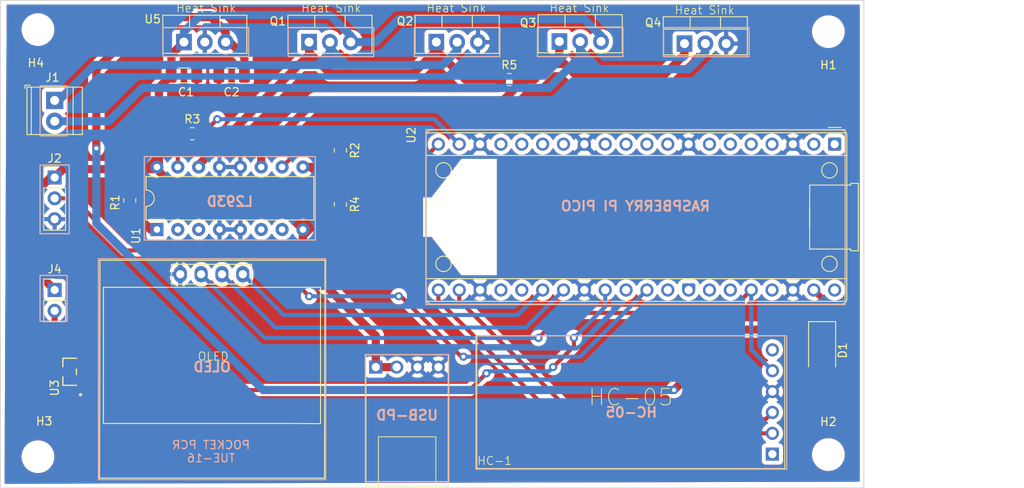
<source format=kicad_pcb>
(kicad_pcb (version 20221018) (generator pcbnew)
  (layers (0 "F.Cu" signal) (31 "B.Cu" signal) (34 "B.Paste" user) (35 "F.Paste" user) (36 "B.SilkS" user "B.Silkscreen") (37 "F.SilkS" user "F.Silkscreen") (38 "B.Mask" user) (39 "F.Mask" user) (44 "Edge.Cuts" user))
  (net 0 "")
  (net 1 "V_USB")
  (net 2 "GND")
  (net 3 "V_REG")
  (net 5 "/BLUE_RX")
  (net 6 "/BLUE_TX")
  (net 7 "/3.3V")
  (net 9 "/HBRG_OUT1")
  (net 10 "/HBRG_OUT2")
  (net 11 "/SDA")
  (net 12 "/HBRG_IN2")
  (net 13 "/HBRG_IN1")
  (net 14 "/FAN")
  (net 15 "Net-(J4-Pin_2)")
  (net 16 "/SCL")
  (net 17 "/MD_IN1")
  (net 18 "/MD_IN2")
  (net 19 "/BLOCK_ADC")
  (net 20 "Net-(D1-K)")
  (net 21 "Net-(U1-EN1,2)")
  (net 22 "Net-(U1-3A)")
  (net 23 "Net-(U1-4A)")
  (net 24 "Net-(U1-EN3,4)")
  (footprint "MountingHole:MountingHole_3mm" (layer "F.Cu") (at 113.284 99.568)
    (fp_text reference "H3" (at 0.762 -4.318) (layer "F.SilkS"))
    (fp_text value "MH3")
    (pad "" np_thru_hole circle (at 0 0) (size 3 3) (drill 3) (layers "*.Cu" "*.Mask"))
  )
  (footprint "Resistor_SMD:R_0805_2012Metric_Pad1.20x1.40mm_HandSolder" (layer "F.Cu") (at 124.46 68.326 -90)
    (fp_text reference "R1" (at 0.254 1.778 90) (layer "F.SilkS"))
    (fp_text value "10k")
    (pad "1" smd roundrect (at -1 0 270) (size 1.2 1.4) (layers "F.Cu" "F.Paste" "F.Mask") (roundrect_rratio 0.2083333333) (net 2 "GND"))
    (pad "2" smd roundrect (at 1 0 270) (size 1.2 1.4) (layers "F.Cu" "F.Paste" "F.Mask") (roundrect_rratio 0.2083333333) (net 21 "Net-(U1-EN1,2)"))
  )
  (footprint "Resistor_SMD:R_0805_2012Metric_Pad1.20x1.40mm_HandSolder" (layer "F.Cu") (at 150.114 62.23 90)
    (fp_text reference "R2" (at 0 1.778 90) (layer "F.SilkS"))
    (fp_text value "10k")
    (pad "1" smd roundrect (at -1 0 90) (size 1.2 1.4) (layers "F.Cu" "F.Paste" "F.Mask") (roundrect_rratio 0.2083333333) (net 18 "/MD_IN2"))
    (pad "2" smd roundrect (at 1 0 90) (size 1.2 1.4) (layers "F.Cu" "F.Paste" "F.Mask") (roundrect_rratio 0.2083333333) (net 22 "Net-(U1-3A)"))
  )
  (footprint "Package_DIP:DIP-16_W7.62mm" (layer "F.Cu") (at 127.777 71.872 90)
    (fp_text reference "U1" (at -0.772 -2.555 90) (layer "F.SilkS"))
    (fp_text value "L293D")
    (pad "1" thru_hole rect (at 0 0 90) (size 1.6 1.6) (drill 0.8) (layers "*.Cu" "*.Mask") (net 21 "Net-(U1-EN1,2)"))
    (pad "2" thru_hole oval (at 0 2.54 90) (size 1.6 1.6) (drill 0.8) (layers "*.Cu" "*.Mask"))
    (pad "3" thru_hole oval (at 0 5.08 90) (size 1.6 1.6) (drill 0.8) (layers "*.Cu" "*.Mask"))
    (pad "4" thru_hole oval (at 0 7.62 90) (size 1.6 1.6) (drill 0.8) (layers "*.Cu" "*.Mask") (net 2 "GND"))
    (pad "5" thru_hole oval (at 0 10.16 90) (size 1.6 1.6) (drill 0.8) (layers "*.Cu" "*.Mask") (net 2 "GND"))
    (pad "6" thru_hole oval (at 0 12.7 90) (size 1.6 1.6) (drill 0.8) (layers "*.Cu" "*.Mask"))
    (pad "7" thru_hole oval (at 0 15.24 90) (size 1.6 1.6) (drill 0.8) (layers "*.Cu" "*.Mask"))
    (pad "8" thru_hole oval (at 0 17.78 90) (size 1.6 1.6) (drill 0.8) (layers "*.Cu" "*.Mask") (net 1 "V_USB"))
    (pad "9" thru_hole oval (at 7.62 17.78 90) (size 1.6 1.6) (drill 0.8) (layers "*.Cu" "*.Mask") (net 24 "Net-(U1-EN3,4)"))
    (pad "10" thru_hole oval (at 7.62 15.24 90) (size 1.6 1.6) (drill 0.8) (layers "*.Cu" "*.Mask") (net 22 "Net-(U1-3A)"))
    (pad "11" thru_hole oval (at 7.62 12.7 90) (size 1.6 1.6) (drill 0.8) (layers "*.Cu" "*.Mask") (net 12 "/HBRG_IN2"))
    (pad "12" thru_hole oval (at 7.62 10.16 90) (size 1.6 1.6) (drill 0.8) (layers "*.Cu" "*.Mask") (net 2 "GND"))
    (pad "13" thru_hole oval (at 7.62 7.62 90) (size 1.6 1.6) (drill 0.8) (layers "*.Cu" "*.Mask") (net 2 "GND"))
    (pad "14" thru_hole oval (at 7.62 5.08 90) (size 1.6 1.6) (drill 0.8) (layers "*.Cu" "*.Mask") (net 13 "/HBRG_IN1"))
    (pad "15" thru_hole oval (at 7.62 2.54 90) (size 1.6 1.6) (drill 0.8) (layers "*.Cu" "*.Mask") (net 23 "Net-(U1-4A)"))
    (pad "16" thru_hole oval (at 7.62 0 90) (size 1.6 1.6) (drill 0.8) (layers "*.Cu" "*.Mask") (net 1 "V_USB"))
  )
  (footprint "Package_TO_SOT_THT:TO-220-3_Vertical" (layer "F.Cu") (at 192.024 49.205)
    (fp_text reference "Q4" (at -3.81 -2.54) (layer "F.SilkS"))
    (fp_text value "IRF540N")
    (fp_text user "Heat Sink" (at -1.27 -3.485 unlocked) (layer "F.SilkS") (effects (font (thickness 0.1)) (justify left bottom)))
    (pad "1" thru_hole rect (at 0 0) (size 1.905 2) (drill 1.1) (layers "*.Cu" "*.Mask") (net 12 "/HBRG_IN2"))
    (pad "2" thru_hole oval (at 2.54 0) (size 1.905 2) (drill 1.1) (layers "*.Cu" "*.Mask") (net 10 "/HBRG_OUT2"))
    (pad "3" thru_hole oval (at 5.08 0) (size 1.905 2) (drill 1.1) (layers "*.Cu" "*.Mask") (net 2 "GND"))
  )
  (footprint "MountingHole:MountingHole_3mm" (layer "F.Cu") (at 113.284 47.498)
    (fp_text reference "H4" hide)
    (fp_text value "MH4" hide)
    (pad "" np_thru_hole circle (at 0 0) (size 3 3) (drill 3) (layers "*.Cu" "*.Mask"))
  )
  (footprint "Diode_SMD:D_SMA" (layer "F.Cu") (at 208.788 86.614 -90)
    (fp_text reference "D1" (at 0 -2.5 90) (layer "F.SilkS"))
    (fp_text value "B160-E3")
    (pad "1" smd roundrect (at -2 0 270) (size 2.5 1.8) (layers "F.Cu" "F.Paste" "F.Mask") (roundrect_rratio 0.1388888889) (net 20 "Net-(D1-K)"))
    (pad "2" smd roundrect (at 2 0 270) (size 2.5 1.8) (layers "F.Cu" "F.Paste" "F.Mask") (roundrect_rratio 0.1388888889) (net 3 "V_REG"))
  )
  (footprint "Resistor_SMD:R_0805_2012Metric_Pad1.20x1.40mm_HandSolder" (layer "F.Cu") (at 132.08 60.198 180)
    (fp_text reference "R3" (at 0 1.778) (layer "F.SilkS"))
    (fp_text value "10k")
    (pad "1" smd roundrect (at -1 0 180) (size 1.2 1.4) (layers "F.Cu" "F.Paste" "F.Mask") (roundrect_rratio 0.2083333333) (net 17 "/MD_IN1"))
    (pad "2" smd roundrect (at 1 0 180) (size 1.2 1.4) (layers "F.Cu" "F.Paste" "F.Mask") (roundrect_rratio 0.2083333333) (net 23 "Net-(U1-4A)"))
  )
  (footprint "MountingHole:MountingHole_3mm" (layer "F.Cu") (at 209.55 47.752)
    (fp_text reference "H1" (at 0 4.064) (layer "F.SilkS"))
    (fp_text value "MH1")
    (pad "" np_thru_hole circle (at 0 0) (size 3 3) (drill 3) (layers "*.Cu" "*.Mask"))
  )
  (footprint "Capacitor_SMD:C_1206_3216Metric_Pad1.33x1.80mm_HandSolder" (layer "F.Cu") (at 136.8675 53.086 180)
    (fp_text reference "C2" (at 0 -2.032) (layer "F.SilkS"))
    (fp_text value "0.1uF")
    (pad "1" smd roundrect (at -1.5625 0 180) (size 1.325 1.8) (layers "F.Cu" "F.Paste" "F.Mask") (roundrect_rratio 0.1886792453) (net 3 "V_REG"))
    (pad "2" smd roundrect (at 1.5625 0 180) (size 1.325 1.8) (layers "F.Cu" "F.Paste" "F.Mask") (roundrect_rratio 0.1886792453) (net 2 "GND"))
  )
  (footprint "Custom_footprints:SSD1306_I2C" (layer "F.Cu") (at 120.686 101.925)
    (fp_text reference "U4" hide)
    (fp_text value "~" hide)
    (fp_text user "OLED" (at 12 -14 unlocked) (layer "F.SilkS") (effects (font (thickness 0.1)) (justify left bottom)))
    (pad "1" thru_hole oval (at 9.93 -24.6 90) (size 2 1.6) (drill 1) (layers "*.Cu" "*.Mask") (net 2 "GND"))
    (pad "2" thru_hole oval (at 12.47 -24.6 90) (size 2 1.6) (drill 1) (layers "*.Cu" "*.Mask") (net 7 "/3.3V"))
    (pad "3" thru_hole oval (at 15.01 -24.6 90) (size 2 1.6) (drill 1) (layers "*.Cu" "*.Mask") (net 16 "/SCL"))
    (pad "4" thru_hole oval (at 17.55 -24.6 90) (size 2 1.6) (drill 1) (layers "*.Cu" "*.Mask") (net 11 "/SDA"))
  )
  (footprint "TerminalBlock_TE-Connectivity:TerminalBlock_TE_282834-2_1x02_P2.54mm_Horizontal" (layer "F.Cu") (at 115.316 56.134 -90)
    (fp_text reference "J1" (at -2.794 0.254 -180) (layer "F.SilkS"))
    (fp_text value "PELTIER")
    (pad "1" thru_hole rect (at 0 0 270) (size 2.1 2.1) (drill 1.1) (layers "*.Cu" "*.Mask") (net 9 "/HBRG_OUT1"))
    (pad "2" thru_hole circle (at 2.54 0 270) (size 2.1 2.1) (drill 1.1) (layers "*.Cu" "*.Mask") (net 10 "/HBRG_OUT2"))
  )
  (footprint "Connector_PinHeader_2.54mm:PinHeader_1x03_P2.54mm_Vertical" (layer "F.Cu") (at 115.316 65.532)
    (fp_text reference "J2" (at 0 -2.33) (layer "F.SilkS"))
    (fp_text value "BLOCK")
    (pad "1" thru_hole rect (at 0 0) (size 1.7 1.7) (drill 1) (layers "*.Cu" "*.Mask") (net 1 "V_USB"))
    (pad "2" thru_hole oval (at 0 2.54) (size 1.7 1.7) (drill 1) (layers "*.Cu" "*.Mask") (net 19 "/BLOCK_ADC"))
    (pad "3" thru_hole oval (at 0 5.08) (size 1.7 1.7) (drill 1) (layers "*.Cu" "*.Mask") (net 2 "GND"))
  )
  (footprint "footprints:SOT-23_ONS" (layer "F.Cu") (at 117.1448 89.2175 90)
    (fp_text reference "U3" (at -1.9685 -1.8288 90 unlocked) (layer "F.SilkS"))
    (fp_text value "NTR3C21NZT1G")
    (pad "1" smd rect (at -0.9525 0.9652 90) (size 0.5588 1.4224) (layers "F.Cu" "F.Paste" "F.Mask") (net 14 "/FAN"))
    (pad "2" smd rect (at 0.9525 0.9652 90) (size 0.5588 1.4224) (layers "F.Cu" "F.Paste" "F.Mask") (net 2 "GND"))
    (pad "3" smd rect (at 0 -0.9652 90) (size 0.5588 1.4224) (layers "F.Cu" "F.Paste" "F.Mask") (net 15 "Net-(J4-Pin_2)"))
  )
  (footprint "Capacitor_SMD:C_1206_3216Metric_Pad1.33x1.80mm_HandSolder" (layer "F.Cu") (at 131.064 53.086)
    (fp_text reference "C1" (at 0.254 2.032) (layer "F.SilkS"))
    (fp_text value "0.33uF")
    (pad "1" smd roundrect (at -1.5625 0) (size 1.325 1.8) (layers "F.Cu" "F.Paste" "F.Mask") (roundrect_rratio 0.1886792453) (net 1 "V_USB"))
    (pad "2" smd roundrect (at 1.5625 0) (size 1.325 1.8) (layers "F.Cu" "F.Paste" "F.Mask") (roundrect_rratio 0.1886792453) (net 2 "GND"))
  )
  (footprint "MountingHole:MountingHole_3mm" (layer "F.Cu") (at 209.55 99.314)
    (fp_text reference "H2" (at 0 -4) (layer "F.SilkS"))
    (fp_text value "MH2")
    (pad "" np_thru_hole circle (at 0 0) (size 3 3) (drill 3) (layers "*.Cu" "*.Mask"))
  )
  (footprint "Custom_footprints:USB_PD" (layer "F.Cu") (at 153.242 87.146 -90)
    (fp_text reference "J3" hide)
    (fp_text value "USB_PD")
    (pad "1" thru_hole rect (at 1.5 -1.19 270) (size 1.6 1.6) (drill 1) (layers "*.Cu" "*.Mask") (net 1 "V_USB"))
    (pad "2" thru_hole circle (at 1.5 -3.73 270) (size 1.6 1.6) (drill 1) (layers "*.Cu" "*.Mask") (net 1 "V_USB"))
    (pad "3" thru_hole circle (at 1.5 -6.27 270) (size 1.6 1.6) (drill 1) (layers "*.Cu" "*.Mask") (net 2 "GND"))
    (pad "4" thru_hole circle (at 1.5 -8.81 270) (size 1.6 1.6) (drill 1) (layers "*.Cu" "*.Mask") (net 2 "GND"))
  )
  (footprint "Package_TO_SOT_THT:TO-220-3_Vertical" (layer "F.Cu") (at 146.304 49.022)
    (fp_text reference "Q1" (at -3.81 -2.54) (layer "F.SilkS"))
    (fp_text value "IRF9540N")
    (fp_text user "Heat Sink" (at -1.016 -3.556 unlocked) (layer "F.SilkS") (effects (font (thickness 0.1)) (justify left bottom)))
    (pad "1" thru_hole rect (at 0 0) (size 1.905 2) (drill 1.1) (layers "*.Cu" "*.Mask") (net 13 "/HBRG_IN1"))
    (pad "2" thru_hole oval (at 2.54 0) (size 1.905 2) (drill 1.1) (layers "*.Cu" "*.Mask") (net 9 "/HBRG_OUT1"))
    (pad "3" thru_hole oval (at 5.08 0) (size 1.905 2) (drill 1.1) (layers "*.Cu" "*.Mask") (net 1 "V_USB"))
  )
  (footprint "Connector_PinHeader_2.54mm:PinHeader_1x02_P2.54mm_Vertical" (layer "F.Cu") (at 115.316 79.243)
    (fp_text reference "J4" (at 0 -2.535 180) (layer "F.SilkS"))
    (fp_text value "FAN")
    (pad "1" thru_hole rect (at 0 0) (size 1.7 1.7) (drill 1) (layers "*.Cu" "*.Mask") (net 1 "V_USB"))
    (pad "2" thru_hole oval (at 0 2.54) (size 1.7 1.7) (drill 1) (layers "*.Cu" "*.Mask") (net 15 "Net-(J4-Pin_2)"))
  )
  (footprint "Custom_footprints:HC-05" (layer "F.Cu") (at 166.7325 101.0015)
    (fp_text reference "HC-1" (at 2.1775 -0.9255 unlocked) (layer "F.SilkS") (effects (font (thickness 0.1))))
    (fp_text value "~")
    (fp_text user "HC-05" (at 13.5 -7.5 unlocked) (layer "F.SilkS") (effects (font (size 2 2) (thickness 0.1)) (justify left bottom)))
    (pad "1" thru_hole rect (at 36 -1.75) (size 1.6 1.6) (drill 1) (layers "*.Cu" "*.Mask"))
    (pad "2" thru_hole circle (at 36 -4.28) (size 1.6 1.6) (drill 1) (layers "*.Cu" "*.Mask") (net 5 "/BLUE_RX"))
    (pad "3" thru_hole circle (at 36 -6.83) (size 1.6 1.6) (drill 1) (layers "*.Cu" "*.Mask") (net 6 "/BLUE_TX"))
    (pad "4" thru_hole circle (at 36 -9.37) (size 1.6 1.6) (drill 1) (layers "*.Cu" "*.Mask") (net 2 "GND"))
    (pad "5" thru_hole circle (at 36 -11.91) (size 1.6 1.6) (drill 1) (layers "*.Cu" "*.Mask") (net 7 "/3.3V"))
    (pad "6" thru_hole circle (at 36 -14.45) (size 1.6 1.6) (drill 1) (layers "*.Cu" "*.Mask"))
  )
  (footprint "Resistor_SMD:R_0805_2012Metric_Pad1.20x1.40mm_HandSolder" (layer "F.Cu") (at 150.114 68.818 90)
    (fp_text reference "R4" (at 0.016 1.778 90) (layer "F.SilkS"))
    (fp_text value "10k")
    (pad "1" smd roundrect (at -1 0 90) (size 1.2 1.4) (layers "F.Cu" "F.Paste" "F.Mask") (roundrect_rratio 0.2083333333) (net 1 "V_USB"))
    (pad "2" smd roundrect (at 1 0 90) (size 1.2 1.4) (layers "F.Cu" "F.Paste" "F.Mask") (roundrect_rratio 0.2083333333) (net 24 "Net-(U1-EN3,4)"))
  )
  (footprint "Package_TO_SOT_THT:TO-220-3_Vertical" (layer "F.Cu") (at 176.784 48.951)
    (fp_text reference "Q3" (at -3.81 -2.267) (layer "F.SilkS"))
    (fp_text value "IRF9540N")
    (fp_text user "Heat Sink" (at -1.27 -3.485 unlocked) (layer "F.SilkS") (effects (font (thickness 0.1)) (justify left bottom)))
    (pad "1" thru_hole rect (at 0 0) (size 1.905 2) (drill 1.1) (layers "*.Cu" "*.Mask") (net 12 "/HBRG_IN2"))
    (pad "2" thru_hole oval (at 2.54 0) (size 1.905 2) (drill 1.1) (layers "*.Cu" "*.Mask") (net 10 "/HBRG_OUT2"))
    (pad "3" thru_hole oval (at 5.08 0) (size 1.905 2) (drill 1.1) (layers "*.Cu" "*.Mask") (net 1 "V_USB"))
  )
  (footprint "Package_TO_SOT_THT:TO-220-3_Vertical" (layer "F.Cu") (at 161.798 49.022)
    (fp_text reference "Q2" (at -3.81 -2.54) (layer "F.SilkS"))
    (fp_text value "IRF540N")
    (fp_text user "Heat Sink" (at -1.27 -3.556 unlocked) (layer "F.SilkS") (effects (font (thickness 0.1)) (justify left bottom)))
    (pad "1" thru_hole rect (at 0 0) (size 1.905 2) (drill 1.1) (layers "*.Cu" "*.Mask") (net 13 "/HBRG_IN1"))
    (pad "2" thru_hole oval (at 2.54 0) (size 1.905 2) (drill 1.1) (layers "*.Cu" "*.Mask") (net 9 "/HBRG_OUT1"))
    (pad "3" thru_hole oval (at 5.08 0) (size 1.905 2) (drill 1.1) (layers "*.Cu" "*.Mask") (net 2 "GND"))
  )
  (footprint "Package_TO_SOT_THT:TO-220-3_Vertical" (layer "F.Cu") (at 131.064 49.022)
    (fp_text reference "U5" (at -3.81 -2.794) (layer "F.SilkS"))
    (fp_text value "L7805")
    (fp_text user "Heat Sink" (at -1.016 -3.556 unlocked) (layer "F.SilkS") (effects (font (thickness 0.1)) (justify left bottom)))
    (pad "1" thru_hole rect (at 0 0) (size 1.905 2) (drill 1.1) (layers "*.Cu" "*.Mask") (net 1 "V_USB"))
    (pad "2" thru_hole oval (at 2.54 0) (size 1.905 2) (drill 1.1) (layers "*.Cu" "*.Mask") (net 2 "GND"))
    (pad "3" thru_hole oval (at 5.08 0) (size 1.905 2) (drill 1.1) (layers "*.Cu" "*.Mask") (net 3 "V_REG"))
  )
  (footprint "Module_RaspberryPi_Pico:RaspberryPi_Pico_Common_THT" (layer "F.Cu") (at 186.182 70.358 -90)
    (fp_text reference "U2" (at -8.89 27.432 90 unlocked) (layer "F.SilkS") (effects (justify left)))
    (fp_text value "RaspberryPi_Pico")
    (pad "1" thru_hole roundrect (at -8.89 -24.13 270) (size 1.6 1.6) (drill 1) (layers "*.Mask" "F.Cu" "In1.Cu" "B.Cu") (roundrect_rratio 0.125))
    (pad "2" thru_hole circle (at -8.89 -21.59 270) (size 1.6 1.6) (drill 1) (layers "*.Mask" "F.Cu" "In1.Cu" "B.Cu"))
    (pad "3" thru_hole custom (at -8.89 -19.05 270) (size 1.6 1.6) (drill 1) (layers "*.Mask" "F.Cu" "In1.Cu" "B.Cu") (net 2 "GND") (options (clearance outline) (anchor circle)) (primitives (gr_poly (pts (xy 0.8 0.6) (xy 0.8 -0.6) (xy 0.6 -0.8) (xy 0 -0.8) (xy 0 0.8) (xy 0.6 0.8)) (width 0) (fill yes)) (gr_circle (center 0.6 0.6) (end 0.8 0.6) (width 0) (fill yes)) (gr_circle (center 0.6 -0.6) (end 0.8 -0.6) (width 0) (fill yes))))
    (pad "4" thru_hole circle (at -8.89 -16.51 270) (size 1.6 1.6) (drill 1) (layers "*.Mask" "F.Cu" "In1.Cu" "B.Cu"))
    (pad "5" thru_hole circle (at -8.89 -13.97 270) (size 1.6 1.6) (drill 1) (layers "*.Mask" "F.Cu" "In1.Cu" "B.Cu"))
    (pad "6" thru_hole circle (at -8.89 -11.43 270) (size 1.6 1.6) (drill 1) (layers "*.Mask" "F.Cu" "In1.Cu" "B.Cu"))
    (pad "7" thru_hole circle (at -8.89 -8.89 270) (size 1.6 1.6) (drill 1) (layers "*.Mask" "F.Cu" "In1.Cu" "B.Cu"))
    (pad "8" thru_hole custom (at -8.89 -6.35 270) (size 1.6 1.6) (drill 1) (layers "*.Mask" "F.Cu" "In1.Cu" "B.Cu") (net 2 "GND") (options (clearance outline) (anchor circle)) (primitives (gr_poly (pts (xy 0.8 0.6) (xy 0.8 -0.6) (xy 0.6 -0.8) (xy 0 -0.8) (xy 0 0.8) (xy 0.6 0.8)) (width 0) (fill yes)) (gr_circle (center 0.6 0.6) (end 0.8 0.6) (width 0) (fill yes)) (gr_circle (center 0.6 -0.6) (end 0.8 -0.6) (width 0) (fill yes))))
    (pad "9" thru_hole circle (at -8.89 -3.81 270) (size 1.6 1.6) (drill 1) (layers "*.Mask" "F.Cu" "In1.Cu" "B.Cu"))
    (pad "10" thru_hole circle (at -8.89 -1.27 270) (size 1.6 1.6) (drill 1) (layers "*.Mask" "F.Cu" "In1.Cu" "B.Cu"))
    (pad "11" thru_hole circle (at -8.89 1.27 270) (size 1.6 1.6) (drill 1) (layers "*.Mask" "F.Cu" "In1.Cu" "B.Cu"))
    (pad "12" thru_hole circle (at -8.89 3.81 270) (size 1.6 1.6) (drill 1) (layers "*.Mask" "F.Cu" "In1.Cu" "B.Cu"))
    (pad "13" thru_hole custom (at -8.89 6.35 270) (size 1.6 1.6) (drill 1) (layers "*.Mask" "F.Cu" "In1.Cu" "B.Cu") (net 2 "GND") (options (clearance outline) (anchor circle)) (primitives (gr_poly (pts (xy 0.8 0.6) (xy 0.8 -0.6) (xy 0.6 -0.8) (xy 0 -0.8) (xy 0 0.8) (xy 0.6 0.8)) (width 0) (fill yes)) (gr_circle (center 0.6 0.6) (end 0.8 0.6) (width 0) (fill yes)) (gr_circle (center 0.6 -0.6) (end 0.8 -0.6) (width 0) (fill yes))))
    (pad "14" thru_hole circle (at -8.89 8.89 270) (size 1.6 1.6) (drill 1) (layers "*.Mask" "F.Cu" "In1.Cu" "B.Cu"))
    (pad "15" thru_hole circle (at -8.89 11.43 270) (size 1.6 1.6) (drill 1) (layers "*.Mask" "F.Cu" "In1.Cu" "B.Cu"))
    (pad "16" thru_hole circle (at -8.89 13.97 270) (size 1.6 1.6) (drill 1) (layers "*.Mask" "F.Cu" "In1.Cu" "B.Cu"))
    (pad "17" thru_hole circle (at -8.89 16.51 270) (size 1.6 1.6) (drill 1) (layers "*.Mask" "F.Cu" "In1.Cu" "B.Cu"))
    (pad "18" thru_hole custom (at -8.89 19.05 270) (size 1.6 1.6) (drill 1) (layers "*.Mask" "F.Cu" "In1.Cu" "B.Cu") (net 2 "GND") (options (clearance outline) (anchor circle)) (primitives (gr_poly (pts (xy 0.8 0.6) (xy 0.8 -0.6) (xy 0.6 -0.8) (xy 0 -0.8) (xy 0 0.8) (xy 0.6 0.8)) (width 0) (fill yes)) (gr_circle (center 0.6 0.6) (end 0.8 0.6) (width 0) (fill yes)) (gr_circle (center 0.6 -0.6) (end 0.8 -0.6) (width 0) (fill yes))))
    (pad "19" thru_hole circle (at -8.89 21.59 270) (size 1.6 1.6) (drill 1) (layers "*.Mask" "F.Cu" "In1.Cu" "B.Cu") (net 17 "/MD_IN1"))
    (pad "20" thru_hole circle (at -8.89 24.13 270) (size 1.6 1.6) (drill 1) (layers "*.Mask" "F.Cu" "In1.Cu" "B.Cu") (net 18 "/MD_IN2"))
    (pad "21" thru_hole circle (at 8.89 24.13 270) (size 1.6 1.6) (drill 1) (layers "*.Mask" "F.Cu" "In1.Cu" "B.Cu") (net 5 "/BLUE_RX"))
    (pad "22" thru_hole circle (at 8.89 21.59 270) (size 1.6 1.6) (drill 1) (layers "*.Mask" "F.Cu" "In1.Cu" "B.Cu") (net 6 "/BLUE_TX"))
    (pad "23" thru_hole custom (at 8.89 19.05 270) (size 1.6 1.6) (drill 1) (layers "*.Mask" "F.Cu" "In1.Cu" "B.Cu") (net 2 "GND") (options (clearance outline) (anchor circle)) (primitives (gr_poly (pts (xy -0.8 0.6) (xy -0.8 -0.6) (xy -0.6 -0.8) (xy 0 -0.8) (xy 0 0.8) (xy -0.6 0.8)) (width 0) (fill yes)) (gr_circle (center -0.6 0.6) (end -0.4 0.6) (width 0) (fill yes)) (gr_circle (center -0.6 -0.6) (end -0.4 -0.6) (width 0) (fill yes))))
    (pad "24" thru_hole circle (at 8.89 16.51 270) (size 1.6 1.6) (drill 1) (layers "*.Mask" "F.Cu" "In1.Cu" "B.Cu"))
    (pad "25" thru_hole circle (at 8.89 13.97 270) (size 1.6 1.6) (drill 1) (layers "*.Mask" "F.Cu" "In1.Cu" "B.Cu"))
    (pad "26" thru_hole circle (at 8.89 11.43 270) (size 1.6 1.6) (drill 1) (layers "*.Mask" "F.Cu" "In1.Cu" "B.Cu") (net 11 "/SDA"))
    (pad "27" thru_hole circle (at 8.89 8.89 270) (size 1.6 1.6) (drill 1) (layers "*.Mask" "F.Cu" "In1.Cu" "B.Cu") (net 16 "/SCL"))
    (pad "28" thru_hole custom (at 8.89 6.35 270) (size 1.6 1.6) (drill 1) (layers "*.Mask" "F.Cu" "In1.Cu" "B.Cu") (net 2 "GND") (options (clearance outline) (anchor circle)) (primitives (gr_poly (pts (xy -0.8 0.6) (xy -0.8 -0.6) (xy -0.6 -0.8) (xy 0 -0.8) (xy 0 0.8) (xy -0.6 0.8)) (width 0) (fill yes)) (gr_circle (center -0.6 0.6) (end -0.4 0.6) (width 0) (fill yes)) (gr_circle (center -0.6 -0.6) (end -0.4 -0.6) (width 0) (fill yes))))
    (pad "29" thru_hole circle (at 8.89 3.81 270) (size 1.6 1.6) (drill 1) (layers "*.Mask" "F.Cu" "In1.Cu" "B.Cu") (net 14 "/FAN"))
    (pad "30" thru_hole circle (at 8.89 1.27 270) (size 1.6 1.6) (drill 1) (layers "*.Mask" "F.Cu" "In1.Cu" "B.Cu"))
    (pad "31" thru_hole circle (at 8.89 -1.27 270) (size 1.6 1.6) (drill 1) (layers "*.Mask" "F.Cu" "In1.Cu" "B.Cu") (net 19 "/BLOCK_ADC"))
    (pad "32" thru_hole circle (at 8.89 -3.81 270) (size 1.6 1.6) (drill 1) (layers "*.Mask" "F.Cu" "In1.Cu" "B.Cu"))
    (pad "33" thru_hole custom (at 8.89 -6.35 270) (size 1.6 1.6) (drill 1) (layers "*.Mask" "F.Cu" "In1.Cu" "B.Cu") (options (clearance outline) (anchor circle)) (primitives (gr_poly (pts (xy -0.8 0.6) (xy -0.8 -0.6) (xy -0.6 -0.8) (xy 0 -0.8) (xy 0 0.8) (xy -0.6 0.8)) (width 0) (fill yes)) (gr_circle (center -0.6 0.6) (end -0.4 0.6) (width 0) (fill yes)) (gr_circle (center -0.6 -0.6) (end -0.4 -0.6) (width 0) (fill yes))))
    (pad "34" thru_hole circle (at 8.89 -8.89 270) (size 1.6 1.6) (drill 1) (layers "*.Mask" "F.Cu" "In1.Cu" "B.Cu"))
    (pad "35" thru_hole circle (at 8.89 -11.43 270) (size 1.6 1.6) (drill 1) (layers "*.Mask" "F.Cu" "In1.Cu" "B.Cu"))
    (pad "36" thru_hole circle (at 8.89 -13.97 270) (size 1.6 1.6) (drill 1) (layers "*.Mask" "F.Cu" "In1.Cu" "B.Cu") (net 7 "/3.3V"))
    (pad "37" thru_hole circle (at 8.89 -16.51 270) (size 1.6 1.6) (drill 1) (layers "*.Mask" "F.Cu" "In1.Cu" "B.Cu"))
    (pad "38" thru_hole custom (at 8.89 -19.05 270) (size 1.6 1.6) (drill 1) (layers "*.Mask" "F.Cu" "In1.Cu" "B.Cu") (net 2 "GND") (options (clearance outline) (anchor circle)) (primitives (gr_poly (pts (xy -0.8 0.6) (xy -0.8 -0.6) (xy -0.6 -0.8) (xy 0 -0.8) (xy 0 0.8) (xy -0.6 0.8)) (width 0) (fill yes)) (gr_circle (center -0.6 0.6) (end -0.4 0.6) (width 0) (fill yes)) (gr_circle (center -0.6 -0.6) (end -0.4 -0.6) (width 0) (fill yes))))
    (pad "39" thru_hole circle (at 8.89 -21.59 270) (size 1.6 1.6) (drill 1) (layers "*.Mask" "F.Cu" "In1.Cu" "B.Cu") (net 20 "Net-(D1-K)"))
    (pad "40" thru_hole circle (at 8.89 -24.13 270) (size 1.6 1.6) (drill 1) (layers "*.Mask" "F.Cu" "In1.Cu" "B.Cu"))
    (zone (net 0) (net_name "") (layers "*.Cu" "*.Paste") (name "Antenna Copper Keep Out") (connect_pads (clearance 0)) (min_thickness 0.254)
      (keepout (tracks not_allowed) (vias not_allowed) (pads not_allowed) (copperpour not_allowed) (footprints allowed))
      (fill (thermal_gap 0.508) (thermal_bridge_width 0.508))
      (polygon (pts (xy 161.192105 67.958) (xy 164.842105 63.258) (xy 169.182 63.258) (xy 169.182 77.458) (xy 164.842105 77.458) (xy 161.192105 72.758) (xy 160.182 72.758) (xy 160.182 67.958)))
    )
  )
  (footprint "Resistor_SMD:R_0805_2012Metric_Pad1.20x1.40mm_HandSolder" (layer "F.Cu") (at 170.688 53.594)
    (fp_text reference "R5" (at 0 -1.778) (layer "F.SilkS"))
    (fp_text value "10k")
    (pad "1" smd roundrect (at -1 0) (size 1.2 1.4) (layers "F.Cu" "F.Paste" "F.Mask") (roundrect_rratio 0.2083333333) (net 13 "/HBRG_IN1"))
    (pad "2" smd roundrect (at 1 0) (size 1.2 1.4) (layers "F.Cu" "F.Paste" "F.Mask") (roundrect_rratio 0.2083333333) (net 12 "/HBRG_IN2"))
  )
  (gr_rect (start 128.524 47.244) (end 138.938 50.8) (stroke (width 0.15)) (fill none) (layer "B.SilkS"))
  (gr_rect (start 113.538 64.008) (end 117.094 72.39) (stroke (width 0.15)) (fill none) (layer "B.SilkS"))
  (gr_rect (start 189.484 47.244) (end 199.898 50.8) (stroke (width 0.15)) (fill none) (layer "B.SilkS"))
  (gr_rect (start 143.764 47.244) (end 154.178 50.8) (stroke (width 0.15)) (fill none) (layer "B.SilkS"))
  (gr_rect (start 174.117 47.244) (end 184.531 50.8) (stroke (width 0.15)) (fill none) (layer "B.SilkS"))
  (gr_rect (start 159.131 47.244) (end 169.545 50.8) (stroke (width 0.15)) (fill none) (layer "B.SilkS"))
  (gr_rect (start 113.538 54.356) (end 116.84 60.452) (stroke (width 0.15)) (fill none) (layer "B.SilkS"))
  (gr_rect (start 113.538 77.47) (end 116.84 83.058) (stroke (width 0.15)) (fill none) (layer "B.SilkS"))
  (gr_rect (start 108.712 43.942) (end 213.868 103.378) (stroke (width 0.1)) (fill none) (layer "Edge.Cuts"))
  (gr_text "POCKET PCR\nTUE-16" (at 134.366 100.33) (layer "B.SilkS") (effects (font (size 1 1)) (justify bottom mirror)))
  (gr_text "H4" (at 113.03 51.562) (layer "F.SilkS") (effects (font (size 1 1))))
  (gr_text_box "\n\nL293D" (start 126.238 62.992) (end 147.066 73.152) (layer "B.SilkS") (effects (font (size 1.2 1.2) (thickness 0.25) bold) (justify top mirror)) (stroke (width 0.15)))
  (gr_text_box "\n\n\nUSB-PD\n" (start 153.162 87.122) (end 163.322 102.616) (layer "B.SilkS") (effects (font (size 1.2 1.2) (thickness 0.25) bold) (justify top mirror)) (stroke (width 0.15)))
  (gr_text_box "\n\n\n\n\n\nOLED" (start 120.65 75.438) (end 148.336 102.362) (layer "B.SilkS") (effects (font (size 1.2 1.2) (thickness 0.25) bold) (justify top mirror)) (stroke (width 0.15)))
  (gr_text_box "\n\n\n\nHC-05" (start 166.624 84.836) (end 204.47 101.092) (layer "B.SilkS") (effects (font (size 1.2 1.2) (thickness 0.25) bold) (justify top mirror)) (stroke (width 0.15)))
  (gr_text_box "\n\n\n\nRASPBERRY PI PICO" (start 160.528 59.69) (end 211.582 81.026) (layer "B.SilkS") (effects (font (size 1.2 1.2) (thickness 0.25) bold) (justify top mirror)) (stroke (width 0.15)))
  (segment (start 145.557 75.961) (end 145.557 72.898) (width 1) (layer "F.Cu") (net 1))
  (segment (start 114.808 65.532) (end 112.522 67.818) (width 1) (layer "F.Cu") (net 1))
  (segment (start 145.557 72.629) (end 146.314 71.872) (width 1) (layer "F.Cu") (net 1))
  (segment (start 142.519 68.834) (end 144.7925 71.1075) (width 1) (layer "F.Cu") (net 1))
  (segment (start 132.08 68.834) (end 142.519 68.834) (width 1) (layer "F.Cu") (net 1))
  (segment (start 154.432 84.836) (end 145.557 75.961) (width 1) (layer "F.Cu") (net 1))
  (segment (start 127.777 64.252) (end 128.016 64.013) (width 1) (layer "F.Cu") (net 1))
  (segment (start 128.016 62.992) (end 126.492 64.516) (width 1) (layer "F.Cu") (net 1))
  (segment (start 112.522 67.818) (end 112.522 76.449) (width 1) (layer "F.Cu") (net 1))
  (segment (start 125.476 64.516) (end 127.513 64.516) (width 1) (layer "F.Cu") (net 1))
  (segment (start 126.492 64.516) (end 125.476 64.516) (width 1) (layer "F.Cu") (net 1))
  (segment (start 144.805 71.12) (end 147.066 71.12) (width 1) (layer "F.Cu") (net 1))
  (segment (start 144.7925 71.1075) (end 145.557 71.872) (width 1) (layer "F.Cu") (net 1))
  (segment (start 115.316 65.532) (end 116.332 64.516) (width 1) (layer "F.Cu") (net 1))
  (segment (start 145.557 71.872) (end 146.314 71.872) (width 1) (layer "F.Cu") (net 1))
  (segment (start 128.016 62.992) (end 128.016 54.5715) (width 1) (layer "F.Cu") (net 1))
  (segment (start 115.316 65.532) (end 114.808 65.532) (width 1) (layer "F.Cu") (net 1))
  (segment (start 145.557 72.898) (end 145.557 71.872) (width 1) (layer "F.Cu") (net 1))
  (segment (start 127.777 64.531) (end 132.08 68.834) (width 1) (layer "F.Cu") (net 1))
  (segment (start 112.522 76.449) (end 115.316 79.243) (width 1) (layer "F.Cu") (net 1))
  (segment (start 116.332 64.516) (end 125.476 64.516) (width 1) (layer "F.Cu") (net 1))
  (segment (start 154.432 88.646) (end 156.972 88.646) (width 1) (layer "F.Cu") (net 1))
  (segment (start 129.54 53.3015) (end 129.54 50.546) (width 1) (layer "F.Cu") (net 1))
  (segment (start 144.7925 71.1075) (end 144.805 71.12) (width 1) (layer "F.Cu") (net 1))
  (segment (start 127.513 64.516) (end 127.777 64.252) (width 1) (layer "F.Cu") (net 1))
  (segment (start 147.066 71.12) (end 148.368 69.818) (width 1) (layer "F.Cu") (net 1))
  (segment (start 128.016 54.5715) (end 129.5015 53.086) (width 1) (layer "F.Cu") (net 1))
  (segment (start 127.777 64.252) (end 127.777 64.531) (width 1) (layer "F.Cu") (net 1))
  (segment (start 154.432 87.376) (end 154.432 84.836) (width 1) (layer "F.Cu") (net 1))
  (segment (start 148.368 69.818) (end 150.114 69.818) (width 1) (layer "F.Cu") (net 1))
  (segment (start 129.54 50.546) (end 131.064 49.022) (width 1) (layer "F.Cu") (net 1))
  (segment (start 145.557 72.898) (end 145.557 72.629) (width 1) (layer "F.Cu") (net 1))
  (segment (start 128.016 64.013) (end 128.016 62.992) (width 1) (layer "F.Cu") (net 1))
  (segment (start 146.314 71.872) (end 147.066 71.12) (width 1) (layer "F.Cu") (net 1))
  (segment (start 154.432 88.646) (end 154.432 87.376) (width 1) (layer "F.Cu") (net 1))
  (segment (start 154.432 49.022) (end 157.226 46.228) (width 1) (layer "B.Cu") (net 1))
  (segment (start 148.844 45.72) (end 151.384 48.26) (width 1) (layer "B.Cu") (net 1))
  (segment (start 131.064 47.752) (end 133.096 45.72) (width 1) (layer "B.Cu") (net 1))
  (segment (start 131.064 49.022) (end 131.064 47.752) (width 1) (layer "B.Cu") (net 1))
  (segment (start 181.864 48.26) (end 181.864 48.951) (width 1) (layer "B.Cu") (net 1))
  (segment (start 151.384 48.26) (end 151.384 49.022) (width 1) (layer "B.Cu") (net 1))
  (segment (start 157.226 46.228) (end 179.832 46.228) (width 1) (layer "B.Cu") (net 1))
  (segment (start 179.832 46.228) (end 181.864 48.26) (width 1) (layer "B.Cu") (net 1))
  (segment (start 151.384 49.022) (end 154.432 49.022) (width 1) (layer "B.Cu") (net 1))
  (segment (start 133.096 45.72) (end 148.844 45.72) (width 1) (layer "B.Cu") (net 1))
  (segment (start 134.366 45.974) (end 126.746 45.974) (width 1) (layer "F.Cu") (net 3))
  (segment (start 136.144 47.752) (end 134.366 45.974) (width 1) (layer "F.Cu") (net 3))
  (segment (start 123.952 48.768) (end 120.396 52.324) (width 1) (layer "F.Cu") (net 3))
  (segment (start 198.12 84.074) (end 203.708 84.074) (width 1) (layer "F.Cu") (net 3))
  (segment (start 138.43 50.8) (end 138.43 53.34) (width 1) (layer "F.Cu") (net 3))
  (segment (start 203.708 84.074) (end 208.248 88.614) (width 1) (layer "F.Cu") (net 3))
  (segment (start 136.652 49.022) (end 138.43 50.8) (width 1) (layer "F.Cu") (net 3))
  (segment (start 120.396 52.324) (end 120.396 61.976) (width 1) (layer "F.Cu") (net 3))
  (segment (start 208.248 88.614) (end 208.788 88.614) (width 1) (layer "F.Cu") (net 3))
  (segment (start 136.144 49.022) (end 136.144 47.752) (width 1) (layer "F.Cu") (net 3))
  (segment (start 190.754 91.44) (end 198.12 84.074) (width 1) (layer "F.Cu") (net 3))
  (segment (start 126.746 45.974) (end 123.952 48.768) (width 1) (layer "F.Cu") (net 3))
  (segment (start 136.144 49.022) (end 136.652 49.022) (width 1) (layer "F.Cu") (net 3))
  (via (at 190.754 91.44) (size 1) (drill 0.5) (layers "F.Cu" "B.Cu") (net 3))
  (via (at 120.396 61.976) (size 1) (drill 0.5) (layers "F.Cu" "B.Cu") (net 3))
  (segment (start 120.396 71.12) (end 140.716 91.44) (width 1) (layer "B.Cu") (net 3))
  (segment (start 140.716 91.44) (end 190.754 91.44) (width 1) (layer "B.Cu") (net 3))
  (segment (start 120.396 61.976) (end 120.396 71.12) (width 1) (layer "B.Cu") (net 3))
  (segment (start 202.7325 96.7215) (end 178.2555 96.7215) (width 0.5) (layer "F.Cu") (net 5))
  (segment (start 162.052 80.518) (end 162.052 79.248) (width 0.5) (layer "F.Cu") (net 5))
  (segment (start 178.2555 96.7215) (end 162.052 80.518) (width 0.5) (layer "F.Cu") (net 5))
  (segment (start 202.7325 94.1715) (end 201.908 94.996) (width 0.5) (layer "F.Cu") (net 6))
  (segment (start 179.07 94.996) (end 164.592 80.518) (width 0.5) (layer "F.Cu") (net 6))
  (segment (start 164.592 80.518) (end 164.592 79.248) (width 0.5) (layer "F.Cu") (net 6))
  (segment (start 201.908 94.996) (end 179.07 94.996) (width 0.5) (layer "F.Cu") (net 6))
  (segment (start 177.292 82.042) (end 197.358 82.042) (width 0.5) (layer "F.Cu") (net 7))
  (segment (start 197.358 82.042) (end 200.152 79.248) (width 0.5) (layer "F.Cu") (net 7))
  (segment (start 174.244 85.09) (end 177.292 82.042) (width 0.5) (layer "F.Cu") (net 7))
  (segment (start 202.3755 89.0915) (end 202.7325 89.0915) (width 0.5) (layer "F.Cu") (net 7))
  (via (at 174.244 85.09) (size 1) (drill 0.5) (layers "F.Cu" "B.Cu") (net 7))
  (segment (start 140.921 85.09) (end 133.156 77.325) (width 0.5) (layer "B.Cu") (net 7))
  (segment (start 174.244 85.09) (end 140.921 85.09) (width 0.5) (layer "B.Cu") (net 7))
  (segment (start 200.152 86.511) (end 200.152 79.248) (width 0.5) (layer "B.Cu") (net 7))
  (segment (start 202.7325 89.0915) (end 200.152 86.511) (width 0.5) (layer "B.Cu") (net 7))
  (segment (start 164.338 50.038) (end 164.338 49.022) (width 1) (layer "B.Cu") (net 9))
  (segment (start 148.844 50.31725) (end 148.844 49.022) (width 1) (layer "B.Cu") (net 9))
  (segment (start 148.10725 51.054) (end 150.114 51.054) (width 1) (layer "B.Cu") (net 9))
  (segment (start 148.844 49.784) (end 150.368 51.308) (width 1) (layer "B.Cu") (net 9))
  (segment (start 147.586625 51.574625) (end 148.844 50.31725) (width 1) (layer "B.Cu") (net 9))
  (segment (start 115.824 56.134) (end 120.142 51.816) (width 1) (layer "B.Cu") (net 9))
  (segment (start 150.876 51.816) (end 162.56 51.816) (width 1) (layer "B.Cu") (net 9))
  (segment (start 150.876 51.816) (end 150.368 51.308) (width 1) (layer "B.Cu") (net 9))
  (segment (start 150.114 51.054) (end 150.368 51.308) (width 1) (layer "B.Cu") (net 9))
  (segment (start 148.844 49.022) (end 148.844 49.784) (width 1) (layer "B.Cu") (net 9))
  (segment (start 115.316 56.134) (end 115.824 56.134) (width 1) (layer "B.Cu") (net 9))
  (segment (start 147.586625 51.574625) (end 148.10725 51.054) (width 1) (layer "B.Cu") (net 9))
  (segment (start 162.56 51.816) (end 164.338 50.038) (width 1) (layer "B.Cu") (net 9))
  (segment (start 120.142 51.816) (end 150.876 51.816) (width 1) (layer "B.Cu") (net 9))
  (segment (start 178.562 51.562) (end 180.848 51.562) (width 1) (layer "B.Cu") (net 10))
  (segment (start 179.324 50.8) (end 179.324 48.951) (width 1) (layer "B.Cu") (net 10))
  (segment (start 175.514 54.61) (end 177.673 52.451) (width 1) (layer "B.Cu") (net 10))
  (segment (start 178.054 52.07) (end 179.324 50.8) (width 1) (layer "B.Cu") (net 10))
  (segment (start 179.324 50.038) (end 180.848 51.562) (width 1) (layer "B.Cu") (net 10))
  (segment (start 125.984 54.61) (end 175.514 54.61) (width 1) (layer "B.Cu") (net 10))
  (segment (start 180.848 51.562) (end 181.61 52.324) (width 1) (layer "B.Cu") (net 10))
  (segment (start 194.564 50.292) (end 194.564 49.205) (width 1) (layer "B.Cu") (net 10))
  (segment (start 192.532 52.324) (end 194.564 50.292) (width 1) (layer "B.Cu") (net 10))
  (segment (start 115.824 58.674) (end 121.92 58.674) (width 1) (layer "B.Cu") (net 10))
  (segment (start 177.673 52.451) (end 178.054 52.07) (width 1) (layer "B.Cu") (net 10))
  (segment (start 181.61 52.324) (end 192.532 52.324) (width 1) (layer "B.Cu") (net 10))
  (segment (start 179.324 48.951) (end 179.324 50.038) (width 1) (layer "B.Cu") (net 10))
  (segment (start 121.92 58.674) (end 125.984 54.61) (width 1) (layer "B.Cu") (net 10))
  (segment (start 177.8 52.324) (end 177.673 52.451) (width 1) (layer "B.Cu") (net 10))
  (segment (start 178.054 52.07) (end 178.562 51.562) (width 1) (layer "B.Cu") (net 10))
  (segment (start 181.61 52.324) (end 177.8 52.324) (width 1) (layer "B.Cu") (net 10))
  (segment (start 171.704 82.296) (end 174.752 79.248) (width 0.5) (layer "B.Cu") (net 11))
  (segment (start 138.236 77.325) (end 143.207 82.296) (width 0.5) (layer "B.Cu") (net 11))
  (segment (start 143.207 82.296) (end 171.704 82.296) (width 0.5) (layer "B.Cu") (net 11))
  (segment (start 175.26 52.07) (end 173.736 53.594) (width 1) (layer "F.Cu") (net 12))
  (segment (start 172.974 53.594) (end 171.688 53.594) (width 1) (layer "F.Cu") (net 12))
  (segment (start 173.736 53.594) (end 172.974 53.594) (width 1) (layer "F.Cu") (net 12))
  (segment (start 189.738 52.832) (end 192.024 50.546) (width 1) (layer "F.Cu") (net 12))
  (segment (start 175.26 52.07) (end 175.641 51.689) (width 1) (layer "F.Cu") (net 12))
  (segment (start 172.974 53.594) (end 172.466 53.594) (width 1) (layer "F.Cu") (net 12))
  (segment (start 176.784 48.951) (end 176.784 50.546) (width 1) (layer "F.Cu") (net 12))
  (segment (start 176.784 48.951) (end 176.784 51.054) (width 1) (layer "F.Cu") (net 12))
  (segment (start 175.641 51.689) (end 177.419 51.689) (width 1) (layer "F.Cu") (net 12))
  (segment (start 192.024 50.546) (end 192.024 49.205) (width 1) (layer "F.Cu") (net 12))
  (segment (start 140.477 62.723) (end 147.066 56.134) (width 1) (layer "F.Cu") (net 12))
  (segment (start 140.477 64.252) (end 140.477 62.723) (width 1) (layer "F.Cu") (net 12))
  (segment (start 172.466 53.594) (end 171.688 54.372) (width 1) (layer "F.Cu") (net 12))
  (segment (start 147.066 56.134) (end 169.926 56.134) (width 1) (layer "F.Cu") (net 12))
  (segment (start 178.562 52.832) (end 189.738 52.832) (width 1) (layer "F.Cu") (net 12))
  (segment (start 171.688 54.372) (end 171.688 53.594) (width 1) (layer "F.Cu") (net 12))
  (segment (start 169.926 56.134) (end 171.688 54.372) (width 1) (layer "F.Cu") (net 12))
  (segment (start 176.784 50.546) (end 175.26 52.07) (width 1) (layer "F.Cu") (net 12))
  (segment (start 176.784 51.054) (end 177.419 51.689) (width 1) (layer "F.Cu") (net 12))
  (segment (start 177.419 51.689) (end 178.562 52.832) (width 1) (layer "F.Cu") (net 12))
  (segment (start 169.688 53.594) (end 165.354 53.594) (width 1) (layer "F.Cu") (net 13))
  (segment (start 132.857 63.993) (end 145.288 51.562) (width 1) (layer "F.Cu") (net 13))
  (segment (start 147.574 51.562) (end 147.701 51.689) (width 1) (layer "F.Cu") (net 13))
  (segment (start 159.004 52.832) (end 160.782 51.054) (width 1) (layer "F.Cu") (net 13))
  (segment (start 161.798 50.038) (end 161.798 49.022) (width 1) (layer "F.Cu") (net 13))
  (segment (start 160.782 51.054) (end 161.798 50.038) (width 1) (layer "F.Cu") (net 13))
  (segment (start 148.844 52.832) (end 159.004 52.832) (width 1) (layer "F.Cu") (net 13))
  (segment (start 160.782 51.054) (end 162.814 51.054) (width 1) (layer "F.Cu") (net 13))
  (segment (start 146.304 50.292) (end 147.701 51.689) (width 1) (layer "F.Cu") (net 13))
  (segment (start 146.304 49.022) (end 146.304 50.292) (width 1) (layer "F.Cu") (net 13))
  (segment (start 147.701 51.689) (end 148.844 52.832) (width 1) (layer "F.Cu") (net 13))
  (segment (start 146.304 50.546) (end 146.304 49.022) (width 1) (layer "F.Cu") (net 13))
  (segment (start 165.354 53.594) (end 162.814 51.054) (width 1) (layer "F.Cu") (net 13))
  (segment (start 145.288 51.562) (end 147.574 51.562) (width 1) (layer "F.Cu") (net 13))
  (segment (start 132.857 64.252) (end 132.857 63.993) (width 1) (layer "F.Cu") (net 13))
  (segment (start 162.814 51.054) (end 161.798 50.038) (width 1) (layer "F.Cu") (net 13))
  (segment (start 145.288 51.562) (end 146.304 50.546) (width 1) (layer "F.Cu") (net 13))
  (segment (start 165.862 91.44) (end 119.38 91.44) (width 0.5) (layer "F.Cu") (net 14))
  (segment (start 176.022 88.646) (end 178.562 86.106) (width 0.5) (layer "F.Cu") (net 14))
  (segment (start 167.894 89.408) (end 165.862 91.44) (width 0.5) (layer "F.Cu") (net 14))
  (segment (start 119.38 91.44) (end 118.11 90.17) (width 0.5) (layer "F.Cu") (net 14))
  (segment (start 178.562 86.106) (end 178.562 85.09) (width 0.5) (layer "F.Cu") (net 14))
  (via (at 167.894 89.408) (size 1) (drill 0.5) (layers "F.Cu" "B.Cu") (net 14))
  (via (at 178.562 85.09) (size 1) (drill 0.5) (layers "F.Cu" "B.Cu") (net 14))
  (via (at 176.022 88.646) (size 1) (drill 0.5) (layers "F.Cu" "B.Cu") (net 14))
  (segment (start 175.514 89.154) (end 168.148 89.154) (width 0.5) (layer "B.Cu") (net 14))
  (segment (start 176.022 88.646) (end 175.514 89.154) (width 0.5) (layer "B.Cu") (net 14))
  (segment (start 178.562 85.09) (end 182.372 81.28) (width 0.5) (layer "B.Cu") (net 14))
  (segment (start 168.148 89.154) (end 167.894 89.408) (width 0.5) (layer "B.Cu") (net 14))
  (segment (start 182.372 81.28) (end 182.372 79.248) (width 0.5) (layer "B.Cu") (net 14))
  (segment (start 115.316 81.783) (end 115.316 88.3539) (width 0.75) (layer "F.Cu") (net 15))
  (segment (start 115.316 88.3539) (end 116.1796 89.2175) (width 0.75) (layer "F.Cu") (net 15))
  (segment (start 142.191 83.82) (end 172.72 83.82) (width 0.5) (layer "B.Cu") (net 16))
  (segment (start 172.72 83.82) (end 177.292 79.248) (width 0.5) (layer "B.Cu") (net 16))
  (segment (start 135.696 77.325) (end 142.191 83.82) (width 0.5) (layer "B.Cu") (net 16))
  (segment (start 133.08 60.198) (end 133.35 60.198) (width 0.5) (layer "F.Cu") (net 17))
  (segment (start 133.35 60.198) (end 135.128 58.42) (width 0.5) (layer "F.Cu") (net 17))
  (via (at 135.128 58.42) (size 1) (drill 0.5) (layers "F.Cu" "B.Cu") (net 17))
  (segment (start 161.544 58.42) (end 164.592 61.468) (width 0.5) (layer "B.Cu") (net 17))
  (segment (start 135.128 58.42) (end 161.544 58.42) (width 0.5) (layer "B.Cu") (net 17))
  (segment (start 160.29 63.23) (end 162.052 61.468) (width 0.5) (layer "F.Cu") (net 18))
  (segment (start 150.114 63.23) (end 160.29 63.23) (width 0.5) (layer "F.Cu") (net 18))
  (segment (start 115.316 68.072) (end 117.602 68.072) (width 0.5) (layer "F.Cu") (net 19))
  (segment (start 123.952 74.422) (end 140.716 74.422) (width 0.5) (layer "F.Cu") (net 19))
  (segment (start 117.602 68.072) (end 123.952 74.422) (width 0.5) (layer "F.Cu") (net 19))
  (segment (start 157.48 80.01) (end 157.226 80.01) (width 0.5) (layer "F.Cu") (net 19))
  (segment (start 164.846 87.376) (end 157.48 80.01) (width 0.5) (layer "F.Cu") (net 19))
  (segment (start 165.1 87.376) (end 164.846 87.376) (width 0.5) (layer "F.Cu") (net 19))
  (segment (start 140.716 74.422) (end 146.304 80.01) (width 0.5) (layer "F.Cu") (net 19))
  (via (at 146.304 80.01) (size 1) (drill 0.5) (layers "F.Cu" "B.Cu") (net 19))
  (via (at 165.1 87.376) (size 1) (drill 0.5) (layers "F.Cu" "B.Cu") (net 19))
  (via (at 157.226 80.01) (size 1) (drill 0.5) (layers "F.Cu" "B.Cu") (net 19))
  (segment (start 146.304 80.01) (end 157.226 80.01) (width 0.5) (layer "B.Cu") (net 19))
  (segment (start 179.324 87.376) (end 187.452 79.248) (width 0.5) (layer "B.Cu") (net 19))
  (segment (start 165.1 87.376) (end 179.324 87.376) (width 0.5) (layer "B.Cu") (net 19))
  (segment (start 208.788 80.264) (end 207.772 79.248) (width 0.75) (layer "F.Cu") (net 20))
  (segment (start 208.788 84.614) (end 208.788 80.264) (width 0.75) (layer "F.Cu") (net 20))
  (segment (start 127.006 71.872) (end 124.46 69.326) (width 1) (layer "F.Cu") (net 21))
  (segment (start 127.777 71.872) (end 127.006 71.872) (width 1) (layer "F.Cu") (net 21))
  (segment (start 146.039 61.23) (end 150.114 61.23) (width 0.5) (layer "F.Cu") (net 22))
  (segment (start 143.017 64.252) (end 146.039 61.23) (width 0.5) (layer "F.Cu") (net 22))
  (segment (start 130.317 64.252) (end 130.317 60.961) (width 0.5) (layer "F.Cu") (net 23))
  (segment (start 130.317 60.961) (end 131.08 60.198) (width 0.5) (layer "F.Cu") (net 23))
  (segment (start 150.114 67.818) (end 146.548 64.252) (width 1) (layer "F.Cu") (net 24))
  (segment (start 146.548 64.252) (end 145.557 64.252) (width 1) (layer "F.Cu") (net 24))
  (zone (net 2) (net_name "GND") (layers "F&B.Cu") (connect_pads (clearance 0.5)) (min_thickness 0.25) (fill yes (thermal_gap 0.5) (thermal_bridge_width 0.5))
    (polygon (pts (xy 109.474 44.196) (xy 213.614 44.196) (xy 213.36 102.616) (xy 109.22 102.87)))
  )
)
</source>
